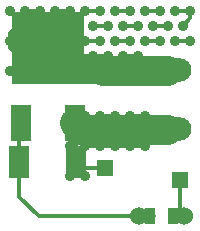
<source format=gtl>
G04 (created by PCBNEW (2013-07-07 BZR 4022)-stable) date 24/10/2014 07:26:06*
%MOIN*%
G04 Gerber Fmt 3.4, Leading zero omitted, Abs format*
%FSLAX34Y34*%
G01*
G70*
G90*
G04 APERTURE LIST*
%ADD10C,0.00590551*%
%ADD11R,0.06X0.008*%
%ADD12R,0.035X0.055*%
%ADD13C,0.06*%
%ADD14R,0.065X0.12*%
%ADD15R,0.24X0.24*%
%ADD16O,0.156X0.078*%
%ADD17R,0.0709X0.1063*%
%ADD18R,0.055X0.055*%
%ADD19C,0.035*%
%ADD20C,0.012*%
%ADD21C,0.1*%
G04 APERTURE END LIST*
G54D10*
G54D11*
X86800Y-69600D03*
G54D12*
X87675Y-69600D03*
X86925Y-69600D03*
G54D13*
X86550Y-69600D03*
X88050Y-69600D03*
G54D11*
X87800Y-69600D03*
G54D14*
X82600Y-66500D03*
G54D15*
X83500Y-64000D03*
G54D14*
X84400Y-66500D03*
G54D16*
X87500Y-64710D03*
X87500Y-66680D03*
G54D17*
X82555Y-67800D03*
X84445Y-67800D03*
G54D18*
X85400Y-68000D03*
X87900Y-68400D03*
G54D19*
X84250Y-66250D03*
X84750Y-66250D03*
X85250Y-66250D03*
X85750Y-66250D03*
X86250Y-66250D03*
X86750Y-66250D03*
X86500Y-66750D03*
X86000Y-66750D03*
X85500Y-66750D03*
X85000Y-66750D03*
X84500Y-66750D03*
X84250Y-67250D03*
X84750Y-67250D03*
X85250Y-67250D03*
X85750Y-67250D03*
X86250Y-67250D03*
X86750Y-67250D03*
X84500Y-67750D03*
X84250Y-68250D03*
X84750Y-68250D03*
X84000Y-64250D03*
X83500Y-64250D03*
X84250Y-64750D03*
X84750Y-64750D03*
X85250Y-64750D03*
X85750Y-64750D03*
X86250Y-64750D03*
X82500Y-64250D03*
X83000Y-64250D03*
X82250Y-64750D03*
X82750Y-64750D03*
X83250Y-64750D03*
X83750Y-64750D03*
X88000Y-63250D03*
X87500Y-63250D03*
X87000Y-63250D03*
X86500Y-63250D03*
X86000Y-63250D03*
X85500Y-63250D03*
X85000Y-63250D03*
X84500Y-63250D03*
X84000Y-63250D03*
X83500Y-63250D03*
X83000Y-63250D03*
X82500Y-63250D03*
X82250Y-63750D03*
X82750Y-63750D03*
X83250Y-63750D03*
X83750Y-63750D03*
X84250Y-63750D03*
X84750Y-63750D03*
X85250Y-63750D03*
X85750Y-63750D03*
X86250Y-63750D03*
X86750Y-63750D03*
X87250Y-63750D03*
X87750Y-63750D03*
X88250Y-63750D03*
X86500Y-64250D03*
X86000Y-64250D03*
X85500Y-64250D03*
X85000Y-64250D03*
X84500Y-64250D03*
X88250Y-62750D03*
X87750Y-62750D03*
X87250Y-62750D03*
X86750Y-62750D03*
X86250Y-62750D03*
X85750Y-62750D03*
X85250Y-62750D03*
X84750Y-62750D03*
X84250Y-62750D03*
X83750Y-62750D03*
X83250Y-62750D03*
X82750Y-62750D03*
X82250Y-62750D03*
G54D20*
X84250Y-66250D02*
X84750Y-66250D01*
X85250Y-66250D02*
X85750Y-66250D01*
X86250Y-66250D02*
X86750Y-66250D01*
X86500Y-66750D02*
X86000Y-66750D01*
X85500Y-66750D02*
X85000Y-66750D01*
X84500Y-66750D02*
X84250Y-67000D01*
X84250Y-67000D02*
X84250Y-67250D01*
X84750Y-67250D02*
X85250Y-67250D01*
X85750Y-67250D02*
X86250Y-67250D01*
X86750Y-67250D02*
X84750Y-67250D01*
X84750Y-67250D02*
X84500Y-67500D01*
X84500Y-67500D02*
X84500Y-67750D01*
X84250Y-68250D02*
X84750Y-68250D01*
X85400Y-68000D02*
X84645Y-68000D01*
X84645Y-68000D02*
X84445Y-67800D01*
G54D21*
X87500Y-66730D02*
X84630Y-66730D01*
X84630Y-66730D02*
X84400Y-66500D01*
G54D20*
X84445Y-67800D02*
X84445Y-66545D01*
X84445Y-66545D02*
X84400Y-66500D01*
X83500Y-64000D02*
X83750Y-64000D01*
X83750Y-64000D02*
X84000Y-64250D01*
X83500Y-64250D02*
X84000Y-64750D01*
X84000Y-64750D02*
X84250Y-64750D01*
X84750Y-64750D02*
X85250Y-64750D01*
X85750Y-64750D02*
X86250Y-64750D01*
X82250Y-63750D02*
X82250Y-64000D01*
X82250Y-64000D02*
X82500Y-64250D01*
X83000Y-64250D02*
X82500Y-64750D01*
X82500Y-64750D02*
X82250Y-64750D01*
X82750Y-64750D02*
X83250Y-64750D01*
X83750Y-64750D02*
X83760Y-64760D01*
X83760Y-64760D02*
X84140Y-64760D01*
X84140Y-64760D02*
X84200Y-64700D01*
X84200Y-64700D02*
X83500Y-64000D01*
X88250Y-62750D02*
X88250Y-63000D01*
X88250Y-63000D02*
X88000Y-63250D01*
X87500Y-63250D02*
X87000Y-63250D01*
X86500Y-63250D02*
X86000Y-63250D01*
X85500Y-63250D02*
X85000Y-63250D01*
X84500Y-63250D02*
X84000Y-63250D01*
X83500Y-63250D02*
X83000Y-63250D01*
X82500Y-63250D02*
X82250Y-63500D01*
X82250Y-63500D02*
X82250Y-63750D01*
X82750Y-63750D02*
X83250Y-63750D01*
X83750Y-63750D02*
X84250Y-63750D01*
X84750Y-63750D02*
X85250Y-63750D01*
X85750Y-63750D02*
X86250Y-63750D01*
X86750Y-63750D02*
X87250Y-63750D01*
X87750Y-63750D02*
X88250Y-63750D01*
X86500Y-64250D02*
X86000Y-64250D01*
X85500Y-64250D02*
X85000Y-64250D01*
X84500Y-64250D02*
X83500Y-64000D01*
X83500Y-64000D02*
X82250Y-62750D01*
X87750Y-62750D02*
X88250Y-62750D01*
X86750Y-62750D02*
X87250Y-62750D01*
X85750Y-62750D02*
X86250Y-62750D01*
X84750Y-62750D02*
X85250Y-62750D01*
X83750Y-62750D02*
X84250Y-62750D01*
X82750Y-62750D02*
X83250Y-62750D01*
G54D21*
X87500Y-64760D02*
X85360Y-64760D01*
X84200Y-64700D02*
X83500Y-64000D01*
X85300Y-64700D02*
X84200Y-64700D01*
X85360Y-64760D02*
X85300Y-64700D01*
G54D20*
X87900Y-68400D02*
X87900Y-69375D01*
X87900Y-69375D02*
X87675Y-69600D01*
X86800Y-69600D02*
X83200Y-69600D01*
X82555Y-68955D02*
X82555Y-67800D01*
X83200Y-69600D02*
X82555Y-68955D01*
X82555Y-67800D02*
X82555Y-66545D01*
X82555Y-66545D02*
X82600Y-66500D01*
M02*

</source>
